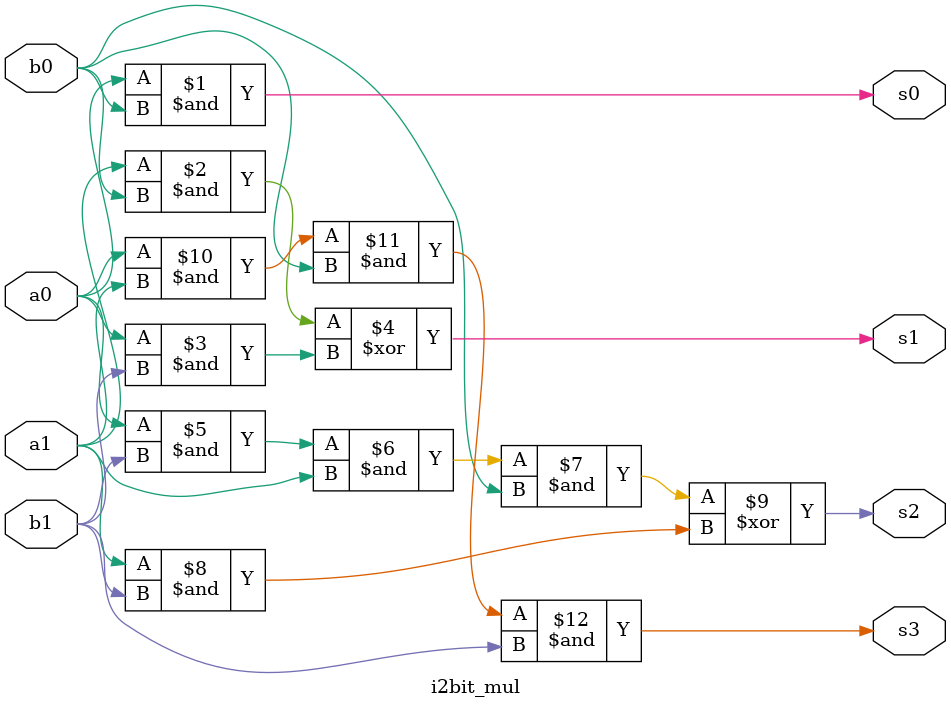
<source format=v>
/*
2-bit UT Vedic multiplier
*/
module i2bit_mul (a0, a1, b0, b1, s0, s1, s2, s3);
	//input	[1:0]	a;
	//input	[1:0]	b;
	//output	[3:0]	s;
	input a0, a1, b0, b1;
	output s0, s1, s2, s3;
	
	assign s0	=	a0 & b0;
	assign s1	=	(a1 & b0) ^ (a0 & b1);
	assign s2	=	(a0 & b1 & a1 & b0) ^ (a1 & b1);
	assign s3	=	(a0 & a1 & b0 & b1);

endmodule

</source>
